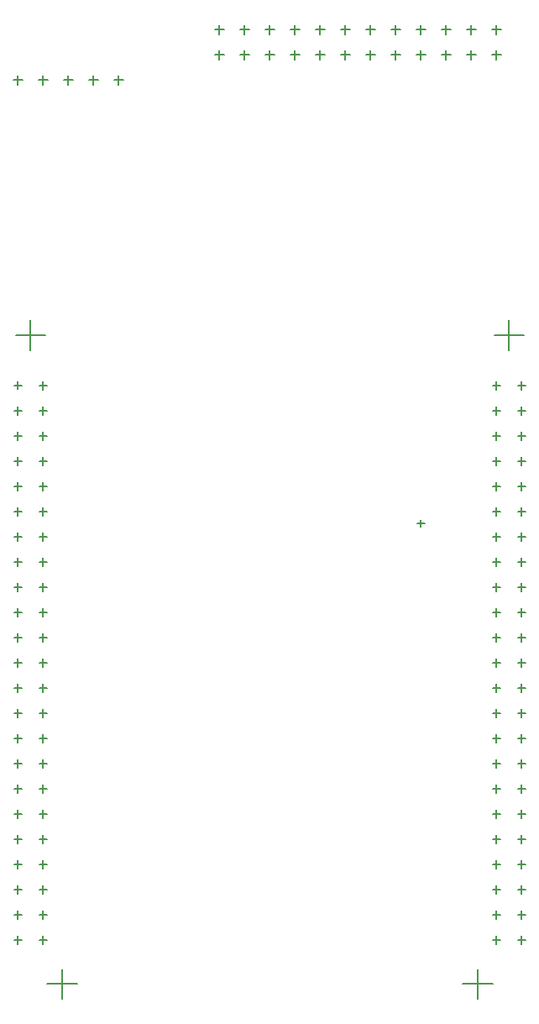
<source format=gbr>
G04 Layer_Color=128*
%FSLAX26Y26*%
%MOIN*%
%TF.FileFunction,Drillmap*%
%TF.Part,Single*%
G01*
G75*
%TA.AperFunction,NonConductor*%
%ADD30C,0.005000*%
D30*
X1181299Y4200000D02*
X1218701D01*
X1200000Y4181299D02*
Y4218701D01*
X1181299Y4100000D02*
X1218701D01*
X1200000Y4081299D02*
Y4118701D01*
X2281299Y4200000D02*
X2318701D01*
X2300000Y4181299D02*
Y4218701D01*
X2181299Y4200000D02*
X2218701D01*
X2200000Y4181299D02*
Y4218701D01*
X2081299Y4200000D02*
X2118701D01*
X2100000Y4181299D02*
Y4218701D01*
X1981299Y4200000D02*
X2018701D01*
X2000000Y4181299D02*
Y4218701D01*
X1881299Y4200000D02*
X1918701D01*
X1900000Y4181299D02*
Y4218701D01*
X1781299Y4200000D02*
X1818701D01*
X1800000Y4181299D02*
Y4218701D01*
X1681299Y4200000D02*
X1718701D01*
X1700000Y4181299D02*
Y4218701D01*
X1581299Y4200000D02*
X1618701D01*
X1600000Y4181299D02*
Y4218701D01*
X1481299Y4200000D02*
X1518701D01*
X1500000Y4181299D02*
Y4218701D01*
X1381299Y4200000D02*
X1418701D01*
X1400000Y4181299D02*
Y4218701D01*
X2281299Y4100000D02*
X2318701D01*
X2300000Y4081299D02*
Y4118701D01*
X2181299Y4100000D02*
X2218701D01*
X2200000Y4081299D02*
Y4118701D01*
X2081299Y4100000D02*
X2118701D01*
X2100000Y4081299D02*
Y4118701D01*
X1981299Y4100000D02*
X2018701D01*
X2000000Y4081299D02*
Y4118701D01*
X1881299Y4100000D02*
X1918701D01*
X1900000Y4081299D02*
Y4118701D01*
X1781299Y4100000D02*
X1818701D01*
X1800000Y4081299D02*
Y4118701D01*
X1681299Y4100000D02*
X1718701D01*
X1700000Y4081299D02*
Y4118701D01*
X1581299Y4100000D02*
X1618701D01*
X1600000Y4081299D02*
Y4118701D01*
X1481299Y4100000D02*
X1518701D01*
X1500000Y4081299D02*
Y4118701D01*
X1381299Y4100000D02*
X1418701D01*
X1400000Y4081299D02*
Y4118701D01*
X1281299Y4100000D02*
X1318701D01*
X1300000Y4081299D02*
Y4118701D01*
X1281299Y4200000D02*
X1318701D01*
X1300000Y4181299D02*
Y4218701D01*
X682284Y4000000D02*
X717716D01*
X700000Y3982284D02*
Y4017716D01*
X582284Y4000000D02*
X617716D01*
X600000Y3982284D02*
Y4017716D01*
X482284Y4000000D02*
X517716D01*
X500000Y3982284D02*
Y4017716D01*
X382284Y4000000D02*
X417716D01*
X400000Y3982284D02*
Y4017716D01*
X782284Y4000000D02*
X817716D01*
X800000Y3982284D02*
Y4017716D01*
X390945Y2987500D02*
X509055D01*
X450000Y2928445D02*
Y3046555D01*
X2290945Y2987500D02*
X2409055D01*
X2350000Y2928445D02*
Y3046555D01*
X2165945Y412500D02*
X2284055D01*
X2225000Y353445D02*
Y471555D01*
X515945Y412500D02*
X634055D01*
X575000Y353445D02*
Y471555D01*
X484252Y2787500D02*
X515748D01*
X500000Y2771752D02*
Y2803248D01*
X484252Y2687500D02*
X515748D01*
X500000Y2671752D02*
Y2703248D01*
X484252Y2587500D02*
X515748D01*
X500000Y2571752D02*
Y2603248D01*
X484252Y2487500D02*
X515748D01*
X500000Y2471752D02*
Y2503248D01*
X484252Y2387500D02*
X515748D01*
X500000Y2371752D02*
Y2403248D01*
X484252Y2287500D02*
X515748D01*
X500000Y2271752D02*
Y2303248D01*
X484252Y2187500D02*
X515748D01*
X500000Y2171752D02*
Y2203248D01*
X484252Y2087500D02*
X515748D01*
X500000Y2071752D02*
Y2103248D01*
X484252Y1987500D02*
X515748D01*
X500000Y1971752D02*
Y2003248D01*
X484252Y1887500D02*
X515748D01*
X500000Y1871752D02*
Y1903248D01*
X484252Y1787500D02*
X515748D01*
X500000Y1771752D02*
Y1803248D01*
X484252Y1687500D02*
X515748D01*
X500000Y1671752D02*
Y1703248D01*
X484252Y1587500D02*
X515748D01*
X500000Y1571752D02*
Y1603248D01*
X484252Y1487500D02*
X515748D01*
X500000Y1471752D02*
Y1503248D01*
X484252Y1387500D02*
X515748D01*
X500000Y1371752D02*
Y1403248D01*
X484252Y1287500D02*
X515748D01*
X500000Y1271752D02*
Y1303248D01*
X484252Y1187500D02*
X515748D01*
X500000Y1171752D02*
Y1203248D01*
X484252Y1087500D02*
X515748D01*
X500000Y1071752D02*
Y1103248D01*
X484252Y987500D02*
X515748D01*
X500000Y971752D02*
Y1003248D01*
X484252Y887500D02*
X515748D01*
X500000Y871752D02*
Y903248D01*
X484252Y787500D02*
X515748D01*
X500000Y771752D02*
Y803248D01*
X484252Y687500D02*
X515748D01*
X500000Y671752D02*
Y703248D01*
X484252Y587500D02*
X515748D01*
X500000Y571752D02*
Y603248D01*
X384252Y2687500D02*
X415748D01*
X400000Y2671752D02*
Y2703248D01*
X384252Y2587500D02*
X415748D01*
X400000Y2571752D02*
Y2603248D01*
X384252Y2487500D02*
X415748D01*
X400000Y2471752D02*
Y2503248D01*
X384252Y2387500D02*
X415748D01*
X400000Y2371752D02*
Y2403248D01*
X384252Y2287500D02*
X415748D01*
X400000Y2271752D02*
Y2303248D01*
X384252Y2187500D02*
X415748D01*
X400000Y2171752D02*
Y2203248D01*
X384252Y2087500D02*
X415748D01*
X400000Y2071752D02*
Y2103248D01*
X384252Y1987500D02*
X415748D01*
X400000Y1971752D02*
Y2003248D01*
X384252Y1887500D02*
X415748D01*
X400000Y1871752D02*
Y1903248D01*
X384252Y1787500D02*
X415748D01*
X400000Y1771752D02*
Y1803248D01*
X384252Y1687500D02*
X415748D01*
X400000Y1671752D02*
Y1703248D01*
X384252Y1587500D02*
X415748D01*
X400000Y1571752D02*
Y1603248D01*
X384252Y1487500D02*
X415748D01*
X400000Y1471752D02*
Y1503248D01*
X384252Y1387500D02*
X415748D01*
X400000Y1371752D02*
Y1403248D01*
X384252Y1287500D02*
X415748D01*
X400000Y1271752D02*
Y1303248D01*
X384252Y1187500D02*
X415748D01*
X400000Y1171752D02*
Y1203248D01*
X384252Y1087500D02*
X415748D01*
X400000Y1071752D02*
Y1103248D01*
X384252Y987500D02*
X415748D01*
X400000Y971752D02*
Y1003248D01*
X384252Y887500D02*
X415748D01*
X400000Y871752D02*
Y903248D01*
X384252Y787500D02*
X415748D01*
X400000Y771752D02*
Y803248D01*
X384252Y687500D02*
X415748D01*
X400000Y671752D02*
Y703248D01*
X384252Y587500D02*
X415748D01*
X400000Y571752D02*
Y603248D01*
X2284252Y2787500D02*
X2315748D01*
X2300000Y2771752D02*
Y2803248D01*
X2384252Y2787500D02*
X2415748D01*
X2400000Y2771752D02*
Y2803248D01*
X2384252Y2687500D02*
X2415748D01*
X2400000Y2671752D02*
Y2703248D01*
X2384252Y2587500D02*
X2415748D01*
X2400000Y2571752D02*
Y2603248D01*
X2384252Y2487500D02*
X2415748D01*
X2400000Y2471752D02*
Y2503248D01*
X2384252Y2387500D02*
X2415748D01*
X2400000Y2371752D02*
Y2403248D01*
X2384252Y2287500D02*
X2415748D01*
X2400000Y2271752D02*
Y2303248D01*
X2384252Y2187500D02*
X2415748D01*
X2400000Y2171752D02*
Y2203248D01*
X2384252Y2087500D02*
X2415748D01*
X2400000Y2071752D02*
Y2103248D01*
X2384252Y1987500D02*
X2415748D01*
X2400000Y1971752D02*
Y2003248D01*
X2384252Y1887500D02*
X2415748D01*
X2400000Y1871752D02*
Y1903248D01*
X2384252Y1787500D02*
X2415748D01*
X2400000Y1771752D02*
Y1803248D01*
X2384252Y1687500D02*
X2415748D01*
X2400000Y1671752D02*
Y1703248D01*
X2384252Y1587500D02*
X2415748D01*
X2400000Y1571752D02*
Y1603248D01*
X2384252Y1487500D02*
X2415748D01*
X2400000Y1471752D02*
Y1503248D01*
X2384252Y1387500D02*
X2415748D01*
X2400000Y1371752D02*
Y1403248D01*
X2384252Y1287500D02*
X2415748D01*
X2400000Y1271752D02*
Y1303248D01*
X2384252Y1187500D02*
X2415748D01*
X2400000Y1171752D02*
Y1203248D01*
X2384252Y1087500D02*
X2415748D01*
X2400000Y1071752D02*
Y1103248D01*
X2384252Y987500D02*
X2415748D01*
X2400000Y971752D02*
Y1003248D01*
X2384252Y887500D02*
X2415748D01*
X2400000Y871752D02*
Y903248D01*
X2384252Y787500D02*
X2415748D01*
X2400000Y771752D02*
Y803248D01*
X2384252Y687500D02*
X2415748D01*
X2400000Y671752D02*
Y703248D01*
X2384252Y587500D02*
X2415748D01*
X2400000Y571752D02*
Y603248D01*
X2284252Y2687500D02*
X2315748D01*
X2300000Y2671752D02*
Y2703248D01*
X2284252Y2587500D02*
X2315748D01*
X2300000Y2571752D02*
Y2603248D01*
X2284252Y2487500D02*
X2315748D01*
X2300000Y2471752D02*
Y2503248D01*
X2284252Y2387500D02*
X2315748D01*
X2300000Y2371752D02*
Y2403248D01*
X2284252Y2287500D02*
X2315748D01*
X2300000Y2271752D02*
Y2303248D01*
X2284252Y2187500D02*
X2315748D01*
X2300000Y2171752D02*
Y2203248D01*
X2284252Y2087500D02*
X2315748D01*
X2300000Y2071752D02*
Y2103248D01*
X2284252Y1987500D02*
X2315748D01*
X2300000Y1971752D02*
Y2003248D01*
X2284252Y1887500D02*
X2315748D01*
X2300000Y1871752D02*
Y1903248D01*
X2284252Y1787500D02*
X2315748D01*
X2300000Y1771752D02*
Y1803248D01*
X2284252Y1687500D02*
X2315748D01*
X2300000Y1671752D02*
Y1703248D01*
X2284252Y1587500D02*
X2315748D01*
X2300000Y1571752D02*
Y1603248D01*
X2284252Y1487500D02*
X2315748D01*
X2300000Y1471752D02*
Y1503248D01*
X2284252Y1387500D02*
X2315748D01*
X2300000Y1371752D02*
Y1403248D01*
X2284252Y1287500D02*
X2315748D01*
X2300000Y1271752D02*
Y1303248D01*
X2284252Y1187500D02*
X2315748D01*
X2300000Y1171752D02*
Y1203248D01*
X2284252Y1087500D02*
X2315748D01*
X2300000Y1071752D02*
Y1103248D01*
X2284252Y987500D02*
X2315748D01*
X2300000Y971752D02*
Y1003248D01*
X2284252Y887500D02*
X2315748D01*
X2300000Y871752D02*
Y903248D01*
X2284252Y787500D02*
X2315748D01*
X2300000Y771752D02*
Y803248D01*
X2284252Y687500D02*
X2315748D01*
X2300000Y671752D02*
Y703248D01*
X2284252Y587500D02*
X2315748D01*
X2300000Y571752D02*
Y603248D01*
X385000Y2787500D02*
X415000D01*
X400000Y2772500D02*
Y2802500D01*
X1986000Y2240000D02*
X2014000D01*
X2000000Y2226000D02*
Y2254000D01*
%TF.MD5,7d4d1e244b0529305461a874f18bfee1*%
M02*

</source>
